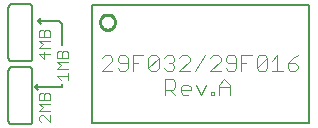
<source format=gto>
G75*
%MOIN*%
%OFA0B0*%
%FSLAX24Y24*%
%IPPOS*%
%LPD*%
%AMOC8*
5,1,8,0,0,1.08239X$1,22.5*
%
%ADD10C,0.0040*%
%ADD11C,0.0030*%
%ADD12C,0.0051*%
%ADD13C,0.0080*%
%ADD14C,0.0100*%
%ADD15C,0.0060*%
D10*
X004246Y003026D02*
X004593Y003373D01*
X004593Y003460D01*
X004506Y003546D01*
X004332Y003546D01*
X004246Y003460D01*
X004761Y003460D02*
X004761Y003373D01*
X004848Y003286D01*
X005108Y003286D01*
X005277Y003286D02*
X005450Y003286D01*
X005108Y003113D02*
X005108Y003460D01*
X005021Y003546D01*
X004848Y003546D01*
X004761Y003460D01*
X005277Y003546D02*
X005624Y003546D01*
X005793Y003460D02*
X005879Y003546D01*
X006053Y003546D01*
X006139Y003460D01*
X005793Y003113D01*
X005879Y003026D01*
X006053Y003026D01*
X006139Y003113D01*
X006139Y003460D01*
X006308Y003460D02*
X006395Y003546D01*
X006568Y003546D01*
X006655Y003460D01*
X006655Y003373D01*
X006568Y003286D01*
X006655Y003199D01*
X006655Y003113D01*
X006568Y003026D01*
X006395Y003026D01*
X006308Y003113D01*
X006482Y003286D02*
X006568Y003286D01*
X006824Y003460D02*
X006911Y003546D01*
X007084Y003546D01*
X007171Y003460D01*
X007171Y003373D01*
X006824Y003026D01*
X007171Y003026D01*
X007339Y003026D02*
X007686Y003546D01*
X007855Y003460D02*
X007942Y003546D01*
X008115Y003546D01*
X008202Y003460D01*
X008202Y003373D01*
X007855Y003026D01*
X008202Y003026D01*
X008371Y003113D02*
X008457Y003026D01*
X008631Y003026D01*
X008718Y003113D01*
X008718Y003460D01*
X008631Y003546D01*
X008457Y003546D01*
X008371Y003460D01*
X008371Y003373D01*
X008457Y003286D01*
X008718Y003286D01*
X008886Y003286D02*
X009060Y003286D01*
X009402Y003113D02*
X009749Y003460D01*
X009749Y003113D01*
X009662Y003026D01*
X009489Y003026D01*
X009402Y003113D01*
X009402Y003460D01*
X009489Y003546D01*
X009662Y003546D01*
X009749Y003460D01*
X009918Y003373D02*
X010091Y003546D01*
X010091Y003026D01*
X009918Y003026D02*
X010265Y003026D01*
X010433Y003113D02*
X010520Y003026D01*
X010693Y003026D01*
X010780Y003113D01*
X010780Y003199D01*
X010693Y003286D01*
X010433Y003286D01*
X010433Y003113D01*
X010433Y003286D02*
X010607Y003460D01*
X010780Y003546D01*
X009233Y003546D02*
X008886Y003546D01*
X008886Y003026D01*
X008497Y002573D02*
X008324Y002746D01*
X008150Y002573D01*
X008150Y002226D01*
X007979Y002226D02*
X007979Y002313D01*
X007893Y002313D01*
X007893Y002226D01*
X007979Y002226D01*
X008150Y002486D02*
X008497Y002486D01*
X008497Y002573D02*
X008497Y002226D01*
X007724Y002573D02*
X007550Y002226D01*
X007377Y002573D01*
X007208Y002486D02*
X007208Y002399D01*
X006861Y002399D01*
X006861Y002313D02*
X006861Y002486D01*
X006948Y002573D01*
X007121Y002573D01*
X007208Y002486D01*
X006948Y002226D02*
X006861Y002313D01*
X006948Y002226D02*
X007121Y002226D01*
X006693Y002226D02*
X006519Y002399D01*
X006606Y002399D02*
X006346Y002399D01*
X006346Y002226D02*
X006346Y002746D01*
X006606Y002746D01*
X006693Y002660D01*
X006693Y002486D01*
X006606Y002399D01*
X005277Y003026D02*
X005277Y003546D01*
X005793Y003460D02*
X005793Y003113D01*
X005108Y003113D02*
X005021Y003026D01*
X004848Y003026D01*
X004761Y003113D01*
X004593Y003026D02*
X004246Y003026D01*
D11*
X003111Y002968D02*
X003111Y002721D01*
X003111Y002844D02*
X002740Y002844D01*
X002864Y002721D01*
X002740Y003089D02*
X002864Y003213D01*
X002740Y003336D01*
X003111Y003336D01*
X003111Y003457D02*
X003111Y003643D01*
X003049Y003704D01*
X002987Y003704D01*
X002925Y003643D01*
X002925Y003457D01*
X002740Y003457D02*
X003111Y003457D01*
X002925Y003643D02*
X002864Y003704D01*
X002802Y003704D01*
X002740Y003643D01*
X002740Y003457D01*
X002511Y003606D02*
X002140Y003606D01*
X002325Y003421D01*
X002325Y003668D01*
X002140Y003789D02*
X002264Y003913D01*
X002140Y004036D01*
X002511Y004036D01*
X002511Y004157D02*
X002511Y004343D01*
X002449Y004404D01*
X002387Y004404D01*
X002325Y004343D01*
X002325Y004157D01*
X002140Y004157D02*
X002140Y004343D01*
X002202Y004404D01*
X002264Y004404D01*
X002325Y004343D01*
X002140Y004157D02*
X002511Y004157D01*
X002511Y003789D02*
X002140Y003789D01*
X002740Y003089D02*
X003111Y003089D01*
X002449Y002304D02*
X002511Y002243D01*
X002511Y002057D01*
X002140Y002057D01*
X002140Y002243D01*
X002202Y002304D01*
X002264Y002304D01*
X002325Y002243D01*
X002325Y002057D01*
X002140Y001936D02*
X002511Y001936D01*
X002264Y001813D02*
X002140Y001936D01*
X002264Y001813D02*
X002140Y001689D01*
X002511Y001689D01*
X002511Y001568D02*
X002511Y001321D01*
X002264Y001568D01*
X002202Y001568D01*
X002140Y001506D01*
X002140Y001383D01*
X002202Y001321D01*
X002325Y002243D02*
X002387Y002304D01*
X002449Y002304D01*
D12*
X002126Y002406D02*
X002026Y002506D01*
X002126Y002606D01*
X002026Y002506D02*
X002926Y002506D01*
X002926Y002606D01*
X002926Y003906D02*
X002926Y004606D01*
X002826Y004706D01*
X002126Y004706D01*
X002226Y004806D01*
X002126Y004706D02*
X002226Y004606D01*
D13*
X003904Y005224D02*
X003904Y001287D01*
X011148Y001287D01*
X011148Y005224D01*
X003904Y005224D01*
D14*
X004177Y004650D02*
X004179Y004681D01*
X004185Y004712D01*
X004195Y004742D01*
X004208Y004770D01*
X004225Y004797D01*
X004245Y004821D01*
X004268Y004843D01*
X004293Y004861D01*
X004321Y004876D01*
X004350Y004888D01*
X004380Y004896D01*
X004411Y004900D01*
X004443Y004900D01*
X004474Y004896D01*
X004504Y004888D01*
X004533Y004876D01*
X004561Y004861D01*
X004586Y004843D01*
X004609Y004821D01*
X004629Y004797D01*
X004646Y004770D01*
X004659Y004742D01*
X004669Y004712D01*
X004675Y004681D01*
X004677Y004650D01*
X004675Y004619D01*
X004669Y004588D01*
X004659Y004558D01*
X004646Y004530D01*
X004629Y004503D01*
X004609Y004479D01*
X004586Y004457D01*
X004561Y004439D01*
X004533Y004424D01*
X004504Y004412D01*
X004474Y004404D01*
X004443Y004400D01*
X004411Y004400D01*
X004380Y004404D01*
X004350Y004412D01*
X004321Y004424D01*
X004293Y004439D01*
X004268Y004457D01*
X004245Y004479D01*
X004225Y004503D01*
X004208Y004530D01*
X004195Y004558D01*
X004185Y004588D01*
X004179Y004619D01*
X004177Y004650D01*
D15*
X001826Y001256D02*
X001226Y001256D01*
X001209Y001258D01*
X001192Y001262D01*
X001176Y001269D01*
X001162Y001279D01*
X001149Y001292D01*
X001139Y001306D01*
X001132Y001322D01*
X001128Y001339D01*
X001126Y001356D01*
X001126Y003056D01*
X001128Y003073D01*
X001132Y003090D01*
X001139Y003106D01*
X001149Y003120D01*
X001162Y003133D01*
X001176Y003143D01*
X001192Y003150D01*
X001209Y003154D01*
X001226Y003156D01*
X001826Y003156D01*
X001843Y003154D01*
X001860Y003150D01*
X001876Y003143D01*
X001890Y003133D01*
X001903Y003120D01*
X001913Y003106D01*
X001920Y003090D01*
X001924Y003073D01*
X001926Y003056D01*
X001926Y001356D01*
X001924Y001339D01*
X001920Y001322D01*
X001913Y001306D01*
X001903Y001292D01*
X001890Y001279D01*
X001876Y001269D01*
X001860Y001262D01*
X001843Y001258D01*
X001826Y001256D01*
X001826Y003356D02*
X001226Y003356D01*
X001209Y003358D01*
X001192Y003362D01*
X001176Y003369D01*
X001162Y003379D01*
X001149Y003392D01*
X001139Y003406D01*
X001132Y003422D01*
X001128Y003439D01*
X001126Y003456D01*
X001126Y005156D01*
X001128Y005173D01*
X001132Y005190D01*
X001139Y005206D01*
X001149Y005220D01*
X001162Y005233D01*
X001176Y005243D01*
X001192Y005250D01*
X001209Y005254D01*
X001226Y005256D01*
X001826Y005256D01*
X001843Y005254D01*
X001860Y005250D01*
X001876Y005243D01*
X001890Y005233D01*
X001903Y005220D01*
X001913Y005206D01*
X001920Y005190D01*
X001924Y005173D01*
X001926Y005156D01*
X001926Y003456D01*
X001924Y003439D01*
X001920Y003422D01*
X001913Y003406D01*
X001903Y003392D01*
X001890Y003379D01*
X001876Y003369D01*
X001860Y003362D01*
X001843Y003358D01*
X001826Y003356D01*
M02*

</source>
